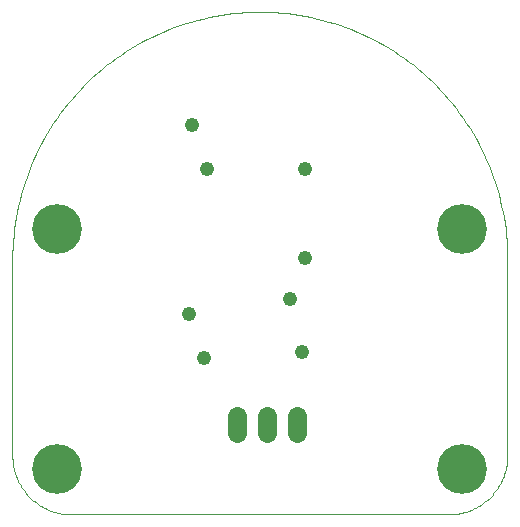
<source format=gbs>
G75*
%MOIN*%
%OFA0B0*%
%FSLAX25Y25*%
%IPPOS*%
%LPD*%
%AMOC8*
5,1,8,0,0,1.08239X$1,22.5*
%
%ADD10C,0.06343*%
%ADD11C,0.00000*%
%ADD12C,0.16611*%
%ADD13C,0.04800*%
D10*
X0079800Y0051234D02*
X0079800Y0056778D01*
X0089800Y0056778D02*
X0089800Y0051234D01*
X0099800Y0051234D02*
X0099800Y0056778D01*
D11*
X0150115Y0024006D02*
X0024485Y0024006D01*
X0024009Y0024012D01*
X0023534Y0024029D01*
X0023059Y0024058D01*
X0022585Y0024098D01*
X0022112Y0024150D01*
X0021641Y0024213D01*
X0021171Y0024287D01*
X0020703Y0024373D01*
X0020237Y0024470D01*
X0019774Y0024578D01*
X0019314Y0024697D01*
X0018856Y0024828D01*
X0018402Y0024969D01*
X0017951Y0025122D01*
X0017505Y0025285D01*
X0017062Y0025459D01*
X0016624Y0025644D01*
X0016190Y0025839D01*
X0015761Y0026045D01*
X0015337Y0026261D01*
X0014918Y0026487D01*
X0014505Y0026723D01*
X0014098Y0026969D01*
X0013697Y0027225D01*
X0013303Y0027491D01*
X0012914Y0027766D01*
X0012533Y0028050D01*
X0012159Y0028343D01*
X0011791Y0028645D01*
X0011431Y0028957D01*
X0011079Y0029276D01*
X0010735Y0029604D01*
X0010398Y0029941D01*
X0010070Y0030285D01*
X0009751Y0030637D01*
X0009439Y0030997D01*
X0009137Y0031365D01*
X0008844Y0031739D01*
X0008560Y0032120D01*
X0008285Y0032509D01*
X0008019Y0032903D01*
X0007763Y0033304D01*
X0007517Y0033711D01*
X0007281Y0034124D01*
X0007055Y0034543D01*
X0006839Y0034967D01*
X0006633Y0035396D01*
X0006438Y0035830D01*
X0006253Y0036268D01*
X0006079Y0036711D01*
X0005916Y0037157D01*
X0005763Y0037608D01*
X0005622Y0038062D01*
X0005491Y0038520D01*
X0005372Y0038980D01*
X0005264Y0039443D01*
X0005167Y0039909D01*
X0005081Y0040377D01*
X0005007Y0040847D01*
X0004944Y0041318D01*
X0004892Y0041791D01*
X0004852Y0042265D01*
X0004823Y0042740D01*
X0004806Y0043215D01*
X0004800Y0043691D01*
X0004800Y0109006D01*
X0004824Y0111015D01*
X0004898Y0113023D01*
X0005020Y0115028D01*
X0005191Y0117030D01*
X0005411Y0119027D01*
X0005679Y0121018D01*
X0005996Y0123002D01*
X0006361Y0124978D01*
X0006774Y0126944D01*
X0007234Y0128900D01*
X0007743Y0130843D01*
X0008298Y0132774D01*
X0008900Y0134691D01*
X0009549Y0136592D01*
X0010244Y0138478D01*
X0010984Y0140345D01*
X0011770Y0142194D01*
X0012601Y0144024D01*
X0013475Y0145832D01*
X0014394Y0147619D01*
X0015356Y0149383D01*
X0016360Y0151123D01*
X0017407Y0152838D01*
X0018495Y0154527D01*
X0019624Y0156189D01*
X0020793Y0157823D01*
X0022002Y0159428D01*
X0023249Y0161003D01*
X0024534Y0162547D01*
X0025856Y0164060D01*
X0027215Y0165540D01*
X0028610Y0166986D01*
X0030039Y0168398D01*
X0031502Y0169775D01*
X0032998Y0171116D01*
X0034527Y0172419D01*
X0036087Y0173686D01*
X0037677Y0174914D01*
X0039297Y0176102D01*
X0040945Y0177251D01*
X0042620Y0178360D01*
X0044322Y0179427D01*
X0046050Y0180453D01*
X0047802Y0181436D01*
X0049578Y0182377D01*
X0051375Y0183274D01*
X0053194Y0184126D01*
X0055034Y0184935D01*
X0056892Y0185698D01*
X0058769Y0186415D01*
X0060662Y0187087D01*
X0062572Y0187713D01*
X0064496Y0188292D01*
X0066433Y0188823D01*
X0068383Y0189308D01*
X0070344Y0189745D01*
X0072315Y0190134D01*
X0074295Y0190475D01*
X0076283Y0190767D01*
X0078277Y0191011D01*
X0080276Y0191206D01*
X0082280Y0191353D01*
X0084287Y0191451D01*
X0086295Y0191500D01*
X0088305Y0191500D01*
X0090313Y0191451D01*
X0092320Y0191353D01*
X0094324Y0191206D01*
X0096323Y0191011D01*
X0098317Y0190767D01*
X0100305Y0190475D01*
X0102285Y0190134D01*
X0104256Y0189745D01*
X0106217Y0189308D01*
X0108167Y0188823D01*
X0110104Y0188292D01*
X0112028Y0187713D01*
X0113938Y0187087D01*
X0115831Y0186415D01*
X0117708Y0185698D01*
X0119566Y0184935D01*
X0121406Y0184126D01*
X0123225Y0183274D01*
X0125022Y0182377D01*
X0126798Y0181436D01*
X0128550Y0180453D01*
X0130278Y0179427D01*
X0131980Y0178360D01*
X0133655Y0177251D01*
X0135303Y0176102D01*
X0136923Y0174914D01*
X0138513Y0173686D01*
X0140073Y0172419D01*
X0141602Y0171116D01*
X0143098Y0169775D01*
X0144561Y0168398D01*
X0145990Y0166986D01*
X0147385Y0165540D01*
X0148744Y0164060D01*
X0150066Y0162547D01*
X0151351Y0161003D01*
X0152598Y0159428D01*
X0153807Y0157823D01*
X0154976Y0156189D01*
X0156105Y0154527D01*
X0157193Y0152838D01*
X0158240Y0151123D01*
X0159244Y0149383D01*
X0160206Y0147619D01*
X0161125Y0145832D01*
X0161999Y0144024D01*
X0162830Y0142194D01*
X0163616Y0140345D01*
X0164356Y0138478D01*
X0165051Y0136592D01*
X0165700Y0134691D01*
X0166302Y0132774D01*
X0166857Y0130843D01*
X0167366Y0128900D01*
X0167826Y0126944D01*
X0168239Y0124978D01*
X0168604Y0123002D01*
X0168921Y0121018D01*
X0169189Y0119027D01*
X0169409Y0117030D01*
X0169580Y0115028D01*
X0169702Y0113023D01*
X0169776Y0111015D01*
X0169800Y0109006D01*
X0169800Y0043691D01*
X0169794Y0043215D01*
X0169777Y0042740D01*
X0169748Y0042265D01*
X0169708Y0041791D01*
X0169656Y0041318D01*
X0169593Y0040847D01*
X0169519Y0040377D01*
X0169433Y0039909D01*
X0169336Y0039443D01*
X0169228Y0038980D01*
X0169109Y0038520D01*
X0168978Y0038062D01*
X0168837Y0037608D01*
X0168684Y0037157D01*
X0168521Y0036711D01*
X0168347Y0036268D01*
X0168162Y0035830D01*
X0167967Y0035396D01*
X0167761Y0034967D01*
X0167545Y0034543D01*
X0167319Y0034124D01*
X0167083Y0033711D01*
X0166837Y0033304D01*
X0166581Y0032903D01*
X0166315Y0032509D01*
X0166040Y0032120D01*
X0165756Y0031739D01*
X0165463Y0031365D01*
X0165161Y0030997D01*
X0164849Y0030637D01*
X0164530Y0030285D01*
X0164202Y0029941D01*
X0163865Y0029604D01*
X0163521Y0029276D01*
X0163169Y0028957D01*
X0162809Y0028645D01*
X0162441Y0028343D01*
X0162067Y0028050D01*
X0161686Y0027766D01*
X0161297Y0027491D01*
X0160903Y0027225D01*
X0160502Y0026969D01*
X0160095Y0026723D01*
X0159682Y0026487D01*
X0159263Y0026261D01*
X0158839Y0026045D01*
X0158410Y0025839D01*
X0157976Y0025644D01*
X0157538Y0025459D01*
X0157095Y0025285D01*
X0156649Y0025122D01*
X0156198Y0024969D01*
X0155744Y0024828D01*
X0155286Y0024697D01*
X0154826Y0024578D01*
X0154363Y0024470D01*
X0153897Y0024373D01*
X0153429Y0024287D01*
X0152959Y0024213D01*
X0152488Y0024150D01*
X0152015Y0024098D01*
X0151541Y0024058D01*
X0151066Y0024029D01*
X0150591Y0024012D01*
X0150115Y0024006D01*
D12*
X0154800Y0039006D03*
X0154800Y0119006D03*
X0019800Y0119006D03*
X0019800Y0039006D03*
D13*
X0063808Y0090919D03*
X0068729Y0076156D03*
X0097272Y0095841D03*
X0102194Y0109620D03*
X0102194Y0139148D03*
X0069713Y0139148D03*
X0064792Y0153911D03*
X0101209Y0078124D03*
M02*

</source>
